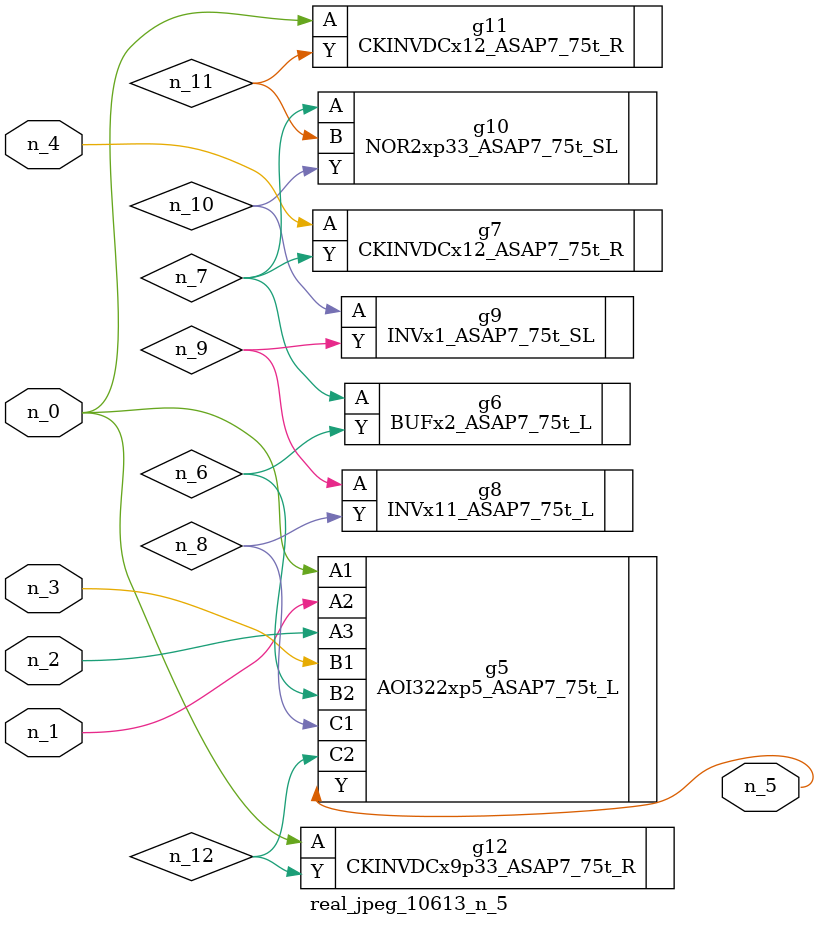
<source format=v>
module real_jpeg_10613_n_5 (n_4, n_0, n_1, n_2, n_3, n_5);

input n_4;
input n_0;
input n_1;
input n_2;
input n_3;

output n_5;

wire n_12;
wire n_8;
wire n_11;
wire n_6;
wire n_7;
wire n_10;
wire n_9;

AOI322xp5_ASAP7_75t_L g5 ( 
.A1(n_0),
.A2(n_1),
.A3(n_2),
.B1(n_3),
.B2(n_6),
.C1(n_8),
.C2(n_12),
.Y(n_5)
);

CKINVDCx12_ASAP7_75t_R g11 ( 
.A(n_0),
.Y(n_11)
);

CKINVDCx9p33_ASAP7_75t_R g12 ( 
.A(n_0),
.Y(n_12)
);

CKINVDCx12_ASAP7_75t_R g7 ( 
.A(n_4),
.Y(n_7)
);

BUFx2_ASAP7_75t_L g6 ( 
.A(n_7),
.Y(n_6)
);

NOR2xp33_ASAP7_75t_SL g10 ( 
.A(n_7),
.B(n_11),
.Y(n_10)
);

INVx11_ASAP7_75t_L g8 ( 
.A(n_9),
.Y(n_8)
);

INVx1_ASAP7_75t_SL g9 ( 
.A(n_10),
.Y(n_9)
);


endmodule
</source>
